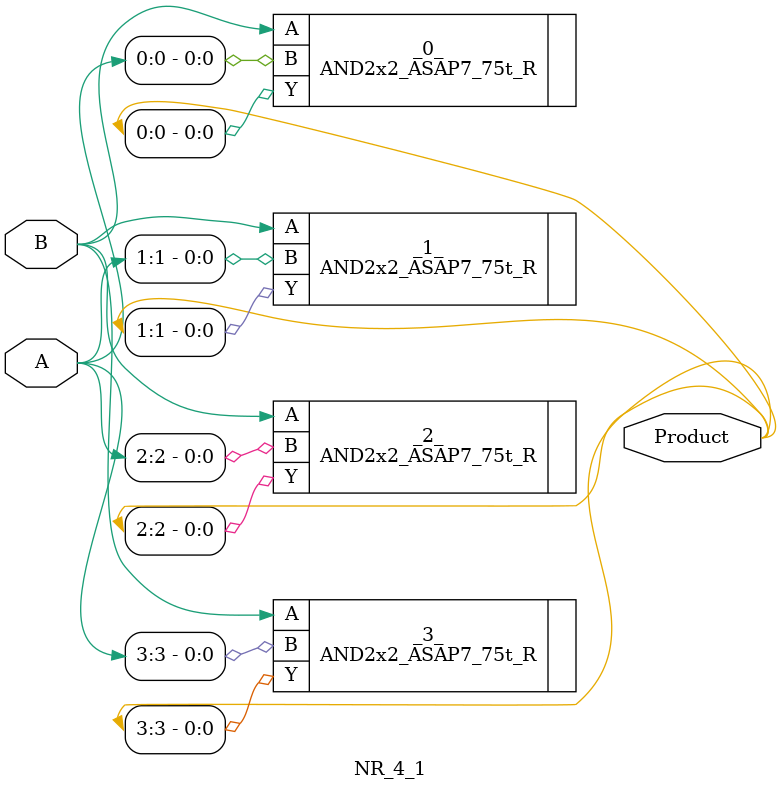
<source format=v>
/* Generated by Yosys 0.53+39 (git sha1 388955031, g++ 12.2.0-14 -fPIC -O3) */

module NR_4_1(A, B, Product);
  input [3:0] A;
  wire [3:0] A;
  input B;
  wire B;
  output [3:0] Product;
  wire [3:0] Product;
  AND2x2_ASAP7_75t_R _0_ (
    .A(B),
    .B(A[0]),
    .Y(Product[0])
  );
  AND2x2_ASAP7_75t_R _1_ (
    .A(B),
    .B(A[1]),
    .Y(Product[1])
  );
  AND2x2_ASAP7_75t_R _2_ (
    .A(B),
    .B(A[2]),
    .Y(Product[2])
  );
  AND2x2_ASAP7_75t_R _3_ (
    .A(B),
    .B(A[3]),
    .Y(Product[3])
  );
endmodule

</source>
